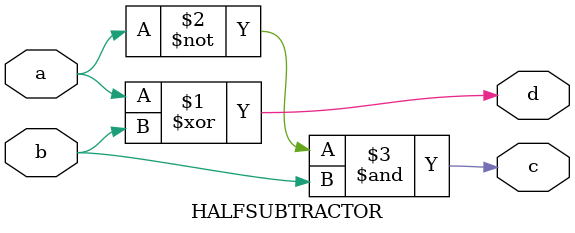
<source format=v>
`timescale 1ns / 1ps
module HALFSUBTRACTOR(
    input a,
    input b,
    output d,
    output c
    );
    assign d=(a^b);
    assign c=~a&b;
endmodule

</source>
